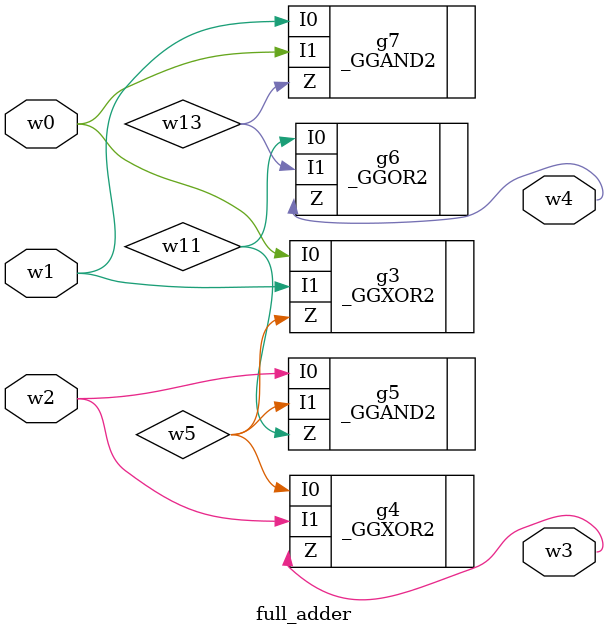
<source format=v>

`timescale 1ns/1ns



//: /symbolBegin: 94799793871528
//: /iconBegin normal 836 5 5
//: /data "#define defaultSymbol_width 29"
//: /data "#define defaultSymbol_height 29"
//: /data "static unsigned char defaultSymbol_bits[] = {"
//: /data "   0xff, 0xff, 0x07, 0x00, 0x01, 0x00, 0x18, 0x00, 0x01, 0x00, 0x60, 0x00,"
//: /data "   0x01, 0x00, 0x80, 0x00, 0x01, 0x00, 0x00, 0x01, 0x01, 0x00, 0x00, 0x02,"
//: /data "   0x01, 0x00, 0x00, 0x04, 0x01, 0x00, 0x00, 0x04, 0x01, 0x00, 0x00, 0x08,"
//: /data "   0x01, 0x00, 0x00, 0x08, 0x11, 0x39, 0x18, 0x10, 0x11, 0x49, 0x24, 0x10,"
//: /data "   0x11, 0x89, 0x04, 0x10, 0x11, 0x89, 0x18, 0x10, 0x11, 0x89, 0x20, 0x10,"
//: /data "   0x11, 0x49, 0x24, 0x10, 0xe1, 0x38, 0x18, 0x10, 0x01, 0x00, 0x00, 0x10,"
//: /data "   0x01, 0x00, 0x00, 0x10, 0x01, 0x00, 0x00, 0x08, 0x01, 0x00, 0x00, 0x08,"
//: /data "   0x01, 0x00, 0x00, 0x04, 0x01, 0x00, 0x00, 0x04, 0x01, 0x00, 0x00, 0x02,"
//: /data "   0x01, 0x00, 0x00, 0x01, 0x01, 0x00, 0x80, 0x00, 0x01, 0x00, 0x60, 0x00,"
//: /data "   0x01, 0x00, 0x18, 0x00, 0xff, 0xff, 0x07, 0x00};"
//: /iconEnd
//: /iconBegin select 800 5 5
//: /data "#define y_width 29"
//: /data "#define y_height 29"
//: /data "static unsigned char y_bits[] = {"
//: /data "   0xff, 0xff, 0x07, 0x00, 0xff, 0xff, 0x1f, 0x00, 0x03, 0x00, 0x78, 0x00,"
//: /data "   0x03, 0x00, 0xe0, 0x00, 0x03, 0x00, 0x80, 0x01, 0x03, 0x00, 0x00, 0x03,"
//: /data "   0x03, 0x00, 0x00, 0x06, 0x03, 0x00, 0x00, 0x06, 0x03, 0x00, 0x00, 0x0c,"
//: /data "   0x03, 0x00, 0x00, 0x0c, 0x33, 0x7b, 0x38, 0x18, 0x33, 0xdb, 0x6c, 0x18,"
//: /data "   0x33, 0x9b, 0x0d, 0x18, 0x33, 0x9b, 0x39, 0x18, 0x33, 0x9b, 0x61, 0x18,"
//: /data "   0x33, 0xdb, 0x6c, 0x18, 0xe3, 0x79, 0x38, 0x18, 0x03, 0x00, 0x00, 0x18,"
//: /data "   0x03, 0x00, 0x00, 0x18, 0x03, 0x00, 0x00, 0x0c, 0x03, 0x00, 0x00, 0x0c,"
//: /data "   0x03, 0x00, 0x00, 0x06, 0x03, 0x00, 0x00, 0x06, 0x03, 0x00, 0x00, 0x03,"
//: /data "   0x03, 0x00, 0x80, 0x01, 0x03, 0x00, 0xe0, 0x00, 0x03, 0x00, 0x78, 0x00,"
//: /data "   0xff, 0xff, 0x1f, 0x00, 0xff, 0xff, 0x07, 0x00};"
//: /iconEnd
//: /port output w2 @(34, 14) /r:0
//: /port output w3 @(34, 24) /r:0
//: /port input w0 @(4, 14) /r:2
//: /port input w1 @(4, 24) /r:2
//: /symbolEnd
//: /netlistBegin main
module main;    //: root_module
reg w6;    //: /sn:0 {0}(864,161)(706,161){1}
//: {2}(702,161)(588,161){3}
//: {4}(584,161)(445,161){5}
//: {6}(441,161)(294,161)(294,182){7}
//: {8}(443,163)(443,169)(452,169)(452,189){9}
//: {10}(586,163)(586,173)(588,173)(588,180){11}
//: {12}(704,163)(704,173)(717,173)(717,181){13}
reg w7;    //: /sn:0 {0}(863,75)(763,75){1}
//: {2}(759,75)(627,75){3}
//: {4}(623,75)(499,75){5}
//: {6}(495,75)(357,75)(357,96){7}
//: {8}(497,77)(497,94){9}
//: {10}(625,77)(625,86)(626,86)(626,96){11}
//: {12}(761,77)(761,93){13}
reg w4;    //: /sn:0 {0}(863,348)(667,348){1}
//: {2}(663,348)(566,348){3}
//: {4}(562,348)(420,348){5}
//: {6}(416,348)(270,348)(270,372){7}
//: {8}(418,350)(418,374){9}
//: {10}(564,350)(564,371){11}
//: {12}(665,350)(665,370){13}
reg w0;    //: /sn:0 {0}(362,96)(362,69){1}
//: {2}(362,65)(362,58)(364,58)(364,45){3}
//: {4}(360,67)(299,67)(299,139){5}
//: {6}(297,141)(275,141)(275,300){7}
//: {8}(273,302)(254,302)(254,519){9}
//: {10}(275,304)(275,372){11}
//: {12}(299,143)(299,182){13}
reg w3;    //: /sn:0 {0}(569,371)(569,306){1}
//: {2}(569,302)(569,135)(591,135){3}
//: {4}(593,133)(593,67)(629,67){5}
//: {6}(631,65)(631,46){7}
//: {8}(631,69)(631,96){9}
//: {10}(593,137)(593,180){11}
//: {12}(567,304)(523,304)(523,523){13}
reg w1;    //: /sn:0 {0}(502,94)(502,67){1}
//: {2}(502,63)(502,49){3}
//: {4}(500,65)(457,65)(457,135){5}
//: {6}(455,137)(423,137)(423,304){7}
//: {8}(421,306)(399,306)(399,525){9}
//: {10}(423,308)(423,374){11}
//: {12}(457,139)(457,189){13}
reg w2;    //: /sn:0 {0}(766,93)(766,65){1}
//: {2}(766,61)(766,51)(767,51)(767,43){3}
//: {4}(764,63)(722,63)(722,136){5}
//: {6}(720,138)(670,138)(670,301){7}
//: {8}(668,303)(624,303)(624,522){9}
//: {10}(670,305)(670,370){11}
//: {12}(722,140)(722,181){13}
reg w5;    //: /sn:0 {0}(859,503)(631,503){1}
//: {2}(627,503)(530,503){3}
//: {4}(526,503)(406,503){5}
//: {6}(402,503)(259,503)(259,519){7}
//: {8}(404,505)(404,525){9}
//: {10}(528,505)(528,523){11}
//: {12}(629,505)(629,522){13}
wire w13;    //: /sn:0 {0}(628,117)(628,218)(708,218)(708,238){1}
wire w16;    //: /sn:0 {0}(499,115)(499,223)(583,223)(583,244){1}
wire w58;    //: /sn:0 {0}(626,688)(626,632){1}
wire w34;    //: /sn:0 {0}(415,472)(415,480)(361,480)(361,429)(311,429)(311,438){1}
wire w50;    //: /sn:0 {0}(402,604)(402,594)(463,594)(463,642)(503,642)(503,636){1}
wire w25;    //: /sn:0 {0}(274,686)(274,646)(272,646)(272,631){1}
wire w39;    //: /sn:0 {0}(390,634)(390,641)(356,641)(356,593)(274,593)(274,601){1}
wire w22;    //: /sn:0 {0}(708,268)(708,278)(684,278)(684,237)(597,237)(597,244){1}
wire w36;    //: /sn:0 {0}(256,540)(256,586)(260,586)(260,601){1}
wire w20;    //: /sn:0 {0}(590,201)(590,244){1}
wire w30;    //: /sn:0 {0}(307,274)(307,380)(392,380)(392,427)(413,427)(413,442){1}
wire w29;    //: /sn:0 {0}(309,468)(309,582)(388,582)(388,604){1}
wire w19;    //: /sn:0 {0}(359,117)(359,216)(447,216)(447,253){1}
wire w12;    //: /sn:0 {0}(585,274)(585,281)(560,281)(560,241)(461,241)(461,253){1}
wire w18;    //: /sn:0 {0}(595,274)(595,377)(641,377)(641,409)(656,409)(656,435){1}
wire w10;    //: /sn:0 {0}(763,687)(763,114){1}
wire w23;    //: /sn:0 {0}(718,238)(718,208)(719,208)(719,202){1}
wire w21;    //: /sn:0 {0}(272,393)(272,423)(304,423)(304,438){1}
wire w24;    //: /sn:0 {0}(656,465)(656,475)(634,475)(634,430)(570,430)(570,439){1}
wire w31;    //: /sn:0 {0}(297,438)(297,274){1}
wire w32;    //: /sn:0 {0}(563,439)(563,407)(566,407)(566,392){1}
wire w53;    //: /sn:0 {0}(512,687)(512,651)(513,651)(513,636){1}
wire w8;    //: /sn:0 {0}(459,283)(459,371)(547,371)(547,418)(556,418)(556,439){1}
wire w27;    //: /sn:0 {0}(420,395)(420,442){1}
wire w17;    //: /sn:0 {0}(558,469)(558,479)(532,479)(532,432)(427,432)(427,442){1}
wire w44;    //: /sn:0 {0}(508,606)(508,559)(525,559)(525,544){1}
wire w33;    //: /sn:0 {0}(267,601)(267,483)(299,483)(299,468){1}
wire w35;    //: /sn:0 {0}(667,391)(667,420)(666,420)(666,435){1}
wire w28;    //: /sn:0 {0}(247,687)(247,646)(262,646)(262,631){1}
wire w14;    //: /sn:0 {0}(568,469)(568,559)(585,559)(585,587)(616,587)(616,602){1}
wire w11;    //: /sn:0 {0}(296,203)(296,229)(297,229)(297,244){1}
wire w48;    //: /sn:0 {0}(400,686)(400,634){1}
wire w47;    //: /sn:0 {0}(626,602)(626,543){1}
wire w15;    //: /sn:0 {0}(454,210)(454,253){1}
wire w38;    //: /sn:0 {0}(501,606)(501,582)(425,582)(425,472){1}
wire w55;    //: /sn:0 {0}(515,606)(515,596)(573,596)(573,647)(616,647)(616,632){1}
wire w43;    //: /sn:0 {0}(666,687)(666,465){1}
wire w9;    //: /sn:0 {0}(449,283)(449,292)(388,292)(388,229)(307,229)(307,244){1}
wire w26;    //: /sn:0 {0}(718,689)(718,268){1}
wire w40;    //: /sn:0 {0}(395,604)(395,561)(401,561)(401,546){1}
//: enddecls

  //: SWITCH g4 (w4) @(881,348) /sn:0 /R:2 /w:[ 0 ] /st:1 /dn:0
  _GGAND2 #(6) g8 (.I0(w2), .I1(w7), .Z(w10));   //: @(763,104) /sn:0 /R:3 /w:[ 0 13 1 ]
  half_adder g44 (.w2(w43), .w3(w24), .w0(w35), .w1(w18));   //: @(661, 450) /symbol:94799793871528 /sn:0 /w:[ 1 0 1 1 ]
  //: SWITCH g3 (w3) @(631,33) /sn:0 /R:3 /w:[ 7 ] /st:1 /dn:0
  _GGAND2 #(6) g16 (.I0(w1), .I1(w6), .Z(w15));   //: @(454,200) /sn:0 /R:3 /w:[ 13 9 0 ]
  _GGAND2 #(6) g47 (.I0(w5), .I1(w3), .Z(w44));   //: @(525,534) /sn:0 /R:3 /w:[ 11 13 1 ]
  _GGAND2 #(6) g17 (.I0(w3), .I1(w6), .Z(w20));   //: @(590,191) /sn:0 /R:3 /w:[ 11 11 0 ]
  //: joint g26 (w6) @(443, 161) /w:[ 5 -1 6 8 ]
  //: SWITCH g2 (w2) @(767,30) /sn:0 /R:3 /w:[ 3 ] /st:0 /dn:0
  //: joint g23 (w2) @(766, 63) /w:[ -1 2 4 1 ]
  _GGAND2 #(6) g30 (.I0(w0), .I1(w4), .Z(w21));   //: @(272,383) /sn:0 /R:3 /w:[ 11 7 0 ]
  //: SWITCH g1 (w1) @(502,36) /sn:0 /R:3 /w:[ 3 ] /st:0 /dn:0
  //: joint g24 (w6) @(586, 161) /w:[ 3 -1 4 10 ]
  //: joint g39 (w4) @(564, 348) /w:[ 3 -1 4 10 ]
  half_adder g29 (.w2(w30), .w3(w31), .w0(w9), .w1(w11));   //: @(302, 259) /symbol:94799793871528 /sn:0 /w:[ 0 1 1 1 ]
  //: LED g60 (w10) @(763,694) /sn:0 /R:2 /w:[ 0 ] /type:0
  //: joint g51 (w3) @(569, 304) /w:[ -1 2 12 1 ]
  _GGAND2 #(6) g18 (.I0(w2), .I1(w6), .Z(w23));   //: @(719,192) /sn:0 /R:3 /w:[ 13 13 1 ]
  _GGAND2 #(6) g10 (.I0(w1), .I1(w7), .Z(w16));   //: @(499,105) /sn:0 /R:3 /w:[ 0 9 0 ]
  //: joint g25 (w6) @(704, 161) /w:[ 1 -1 2 12 ]
  //: LED g65 (w48) @(400,693) /sn:0 /R:2 /w:[ 0 ] /type:0
  //: LED g64 (w53) @(512,694) /sn:0 /R:2 /w:[ 0 ] /type:0
  //: joint g49 (w0) @(275, 302) /w:[ -1 7 8 10 ]
  //: SWITCH g6 (w6) @(882,161) /sn:0 /R:2 /w:[ 0 ] /st:1 /dn:0
  //: joint g50 (w1) @(423, 306) /w:[ -1 7 8 10 ]
  //: comment g68 @(367,-1) /sn:0
  //: /line:"a3                    a2                   a1                    a0 "
  //: /end
  //: SWITCH g7 (w7) @(881,75) /sn:0 /R:2 /w:[ 0 ] /st:0 /dn:0
  _GGAND2 #(6) g9 (.I0(w3), .I1(w7), .Z(w13));   //: @(628,107) /sn:0 /R:3 /w:[ 9 11 0 ]
  //: joint g35 (w1) @(457, 137) /w:[ -1 5 6 12 ]
  half_adder g56 (.w2(w58), .w3(w55), .w0(w47), .w1(w14));   //: @(621, 617) /symbol:94799793871528 /sn:0 /w:[ 1 1 0 1 ]
  //: joint g58 (w5) @(528, 503) /w:[ 3 -1 4 10 ]
  //: joint g22 (w3) @(631, 67) /w:[ -1 6 5 8 ]
  _GGAND2 #(6) g31 (.I0(w1), .I1(w4), .Z(w27));   //: @(420,385) /sn:0 /R:3 /w:[ 11 9 0 ]
  //: joint g59 (w5) @(404, 503) /w:[ 5 -1 6 8 ]
  //: LED g67 (w28) @(247,694) /sn:0 /R:2 /w:[ 0 ] /type:0
  _GGAND2 #(6) g33 (.I0(w2), .I1(w4), .Z(w35));   //: @(667,381) /sn:0 /R:3 /w:[ 11 13 0 ]
  //: joint g36 (w3) @(593, 135) /w:[ -1 4 3 10 ]
  full_adder g41 (.w3(w14), .w4(w17), .w0(w24), .w1(w32), .w2(w8));   //: @(563, 454) /symbol:94799767567112 /sn:0 /w:[ 0 0 1 0 1 ]
  _GGAND2 #(6) g45 (.I0(w5), .I1(w0), .Z(w36));   //: @(256,530) /sn:0 /R:3 /w:[ 7 9 0 ]
  full_adder g54 (.w3(w48), .w4(w39), .w0(w50), .w1(w40), .w2(w29));   //: @(395, 619) /symbol:94799767567112 /sn:0 /w:[ 1 0 0 0 1 ]
  //: comment g69 @(906,69) /sn:0
  //: /line:"b0"
  //: /line:""
  //: /line:""
  //: /line:""
  //: /line:""
  //: /line:""
  //: /line:"b1"
  //: /line:""
  //: /line:""
  //: /line:""
  //: /line:""
  //: /line:""
  //: /line:""
  //: /line:""
  //: /line:""
  //: /line:""
  //: /line:""
  //: /line:""
  //: /line:""
  //: /line:""
  //: /line:""
  //: /line:"b2"
  //: /line:""
  //: /line:""
  //: /line:""
  //: /line:""
  //: /line:""
  //: /line:""
  //: /line:""
  //: /line:""
  //: /line:""
  //: /line:""
  //: /line:""
  //: /line:"b3"
  //: /end
  //: joint g40 (w4) @(418, 348) /w:[ 5 -1 6 8 ]
  full_adder g42 (.w3(w29), .w4(w33), .w0(w34), .w1(w21), .w2(w31));   //: @(304, 453) /symbol:94799767567112 /sn:0 /w:[ 0 1 1 1 0 ]
  //: joint g52 (w2) @(670, 303) /w:[ -1 7 8 10 ]
  //: LED g66 (w25) @(274,693) /sn:0 /R:2 /w:[ 0 ] /type:0
  //: joint g12 (w7) @(761, 75) /w:[ 1 -1 2 12 ]
  half_adder g28 (.w2(w26), .w3(w22), .w0(w23), .w1(w13));   //: @(713, 253) /symbol:94799793871528 /sn:0 /w:[ 1 0 0 1 ]
  //: joint g34 (w0) @(299, 141) /w:[ -1 5 6 12 ]
  _GGAND2 #(6) g46 (.I0(w5), .I1(w1), .Z(w40));   //: @(401,536) /sn:0 /R:3 /w:[ 9 9 1 ]
  //: joint g57 (w5) @(629, 503) /w:[ 1 -1 2 12 ]
  //: SWITCH g5 (w5) @(877,503) /sn:0 /R:2 /w:[ 0 ] /st:0 /dn:0
  _GGAND2 #(6) g11 (.I0(w0), .I1(w7), .Z(w19));   //: @(359,107) /sn:0 /R:3 /w:[ 0 7 0 ]
  //: joint g14 (w7) @(497, 75) /w:[ 5 -1 6 8 ]
  //: joint g19 (w0) @(362, 67) /w:[ -1 2 4 1 ]
  //: joint g21 (w1) @(502, 65) /w:[ -1 2 4 1 ]
  //: LED g61 (w26) @(718,696) /sn:0 /R:2 /w:[ 0 ] /type:0
  full_adder g20 (.w3(w8), .w4(w9), .w0(w12), .w1(w15), .w2(w19));   //: @(454, 268) /symbol:94799767567112 /sn:0 /w:[ 0 0 1 1 1 ]
  _GGAND2 #(6) g32 (.I0(w3), .I1(w4), .Z(w32));   //: @(566,382) /sn:0 /R:3 /w:[ 0 11 1 ]
  //: LED g63 (w58) @(626,695) /sn:0 /R:2 /w:[ 0 ] /type:0
  //: SWITCH g0 (w0) @(364,32) /sn:0 /R:3 /w:[ 3 ] /st:1 /dn:0
  _GGAND2 #(6) g15 (.I0(w0), .I1(w6), .Z(w11));   //: @(296,193) /sn:0 /R:3 /w:[ 13 7 0 ]
  //: joint g38 (w4) @(665, 348) /w:[ 1 -1 2 12 ]
  full_adder g43 (.w3(w38), .w4(w34), .w0(w17), .w1(w27), .w2(w30));   //: @(420, 457) /symbol:94799767567112 /sn:0 /w:[ 1 0 1 1 1 ]
  full_adder g27 (.w3(w18), .w4(w12), .w0(w22), .w1(w20), .w2(w16));   //: @(590, 259) /symbol:94799767567112 /sn:0 /w:[ 0 0 1 1 1 ]
  _GGAND2 #(6) g48 (.I0(w5), .I1(w2), .Z(w47));   //: @(626,533) /sn:0 /R:3 /w:[ 13 9 1 ]
  //: joint g37 (w2) @(722, 138) /w:[ -1 5 6 12 ]
  //: LED g62 (w43) @(666,694) /sn:0 /R:2 /w:[ 0 ] /type:0
  full_adder g55 (.w3(w53), .w4(w50), .w0(w55), .w1(w44), .w2(w38));   //: @(508, 621) /symbol:94799767567112 /sn:0 /w:[ 1 1 0 0 0 ]
  //: joint g13 (w7) @(625, 75) /w:[ 3 -1 4 10 ]
  full_adder g53 (.w3(w25), .w4(w28), .w0(w39), .w1(w33), .w2(w36));   //: @(267, 616) /symbol:94799767567112 /sn:0 /w:[ 1 1 1 0 1 ]

endmodule
//: /netlistEnd

//: /netlistBegin half_adder
module half_adder(w1, w2, w3, w0);
//: /symbol:94799793871528
//: interface  /sz:(40, 40) /bd:[ ] /pd: 0 /pi: 0 /pe: 1 /pp: 1
input w0;    //: /sn:0 {0}(223,258)(223,255)(234,255)(234,197){1}
//: {2}(234,193)(234,140){3}
//: {4}(232,195)(202,195)(202,240)(128,240)(128,257){5}
output w3;    //: /sn:0 {0}(125,351)(125,278){1}
input w1;    //: /sn:0 {0}(218,258)(218,247)(158,247)(158,204){1}
//: {2}(158,200)(158,143){3}
//: {4}(156,202)(123,202)(123,257){5}
output w2;    //: /sn:0 {0}(220,337)(220,279){1}
//: enddecls

  //: joint g4 (w0) @(234, 195) /w:[ -1 2 4 1 ]
  _GGXOR2 #(8) g3 (.I0(w0), .I1(w1), .Z(w2));   //: @(220,269) /sn:0 /R:3 /w:[ 0 0 1 ]
  _GGAND2 #(6) g2 (.I0(w0), .I1(w1), .Z(w3));   //: @(125,268) /sn:0 /R:3 /w:[ 5 5 1 ]
  //: IN g1 (w1) @(158,141) /sn:0 /R:3 /w:[ 3 ]
  //: OUT g6 (w2) @(220,334) /sn:0 /R:3 /w:[ 0 ]
  //: OUT g7 (w3) @(125,348) /sn:0 /R:3 /w:[ 0 ]
  //: joint g5 (w1) @(158, 202) /w:[ -1 2 4 1 ]
  //: IN g0 (w0) @(234,138) /sn:0 /R:3 /w:[ 3 ]

endmodule
//: /netlistEnd

//: /netlistBegin full_adder
module full_adder(w2, w1, w3, w0, w4);
//: /symbol:94799767567112
//: interface  /sz:(40, 40) /bd:[ ] /pd: 0 /pi: 0 /pe: 1 /pp: 1
output w4;    //: /sn:0 {0}(670,291)(547,291){1}
input w0;    //: /sn:0 {0}(86,112)(123,112){1}
//: {2}(127,112)(183,112)(183,119)(196,119){3}
//: {4}(125,114)(125,314)(334,314){5}
output w3;    //: /sn:0 {0}(667,179)(354,179){1}
input w1;    //: /sn:0 {0}(88,183)(150,183){1}
//: {2}(154,183)(183,183)(183,124)(196,124){3}
//: {4}(152,185)(152,309)(334,309){5}
input w2;    //: /sn:0 {0}(88,255)(193,255)(193,181)(301,181){1}
//: {2}(305,181)(333,181){3}
//: {4}(303,183)(303,249)(334,249){5}
wire w13;    //: /sn:0 {0}(355,312)(511,312)(511,293)(526,293){1}
wire w11;    //: /sn:0 {0}(355,252)(511,252)(511,288)(526,288){1}
wire w5;    //: /sn:0 {0}(217,122)(267,122){1}
//: {2}(271,122)(320,122)(320,176)(333,176){3}
//: {4}(269,124)(269,254)(334,254){5}
//: enddecls

  _GGXOR2 #(8) g4 (.I0(w5), .I1(w2), .Z(w3));   //: @(344,179) /sn:0 /w:[ 3 3 1 ]
  //: joint g8 (w2) @(303, 181) /w:[ 2 -1 1 4 ]
  _GGXOR2 #(8) g3 (.I0(w0), .I1(w1), .Z(w5));   //: @(207,122) /sn:0 /w:[ 3 3 0 ]
  //: IN g2 (w2) @(86,255) /sn:0 /w:[ 0 ]
  //: IN g1 (w1) @(86,183) /sn:0 /w:[ 0 ]
  //: joint g10 (w1) @(152, 183) /w:[ 2 -1 1 4 ]
  _GGOR2 #(6) g6 (.I0(w11), .I1(w13), .Z(w4));   //: @(537,291) /sn:0 /w:[ 1 1 1 ]
  _GGAND2 #(6) g7 (.I0(w1), .I1(w0), .Z(w13));   //: @(345,312) /sn:0 /w:[ 5 5 0 ]
  //: joint g9 (w5) @(269, 122) /w:[ 2 -1 1 4 ]
  //: OUT g12 (w3) @(664,179) /sn:0 /w:[ 0 ]
  _GGAND2 #(6) g5 (.I0(w2), .I1(w5), .Z(w11));   //: @(345,252) /sn:0 /w:[ 5 5 0 ]
  //: joint g11 (w0) @(125, 112) /w:[ 2 -1 1 4 ]
  //: IN g0 (w0) @(84,112) /sn:0 /w:[ 0 ]
  //: OUT g13 (w4) @(667,291) /sn:0 /w:[ 0 ]

endmodule
//: /netlistEnd


</source>
